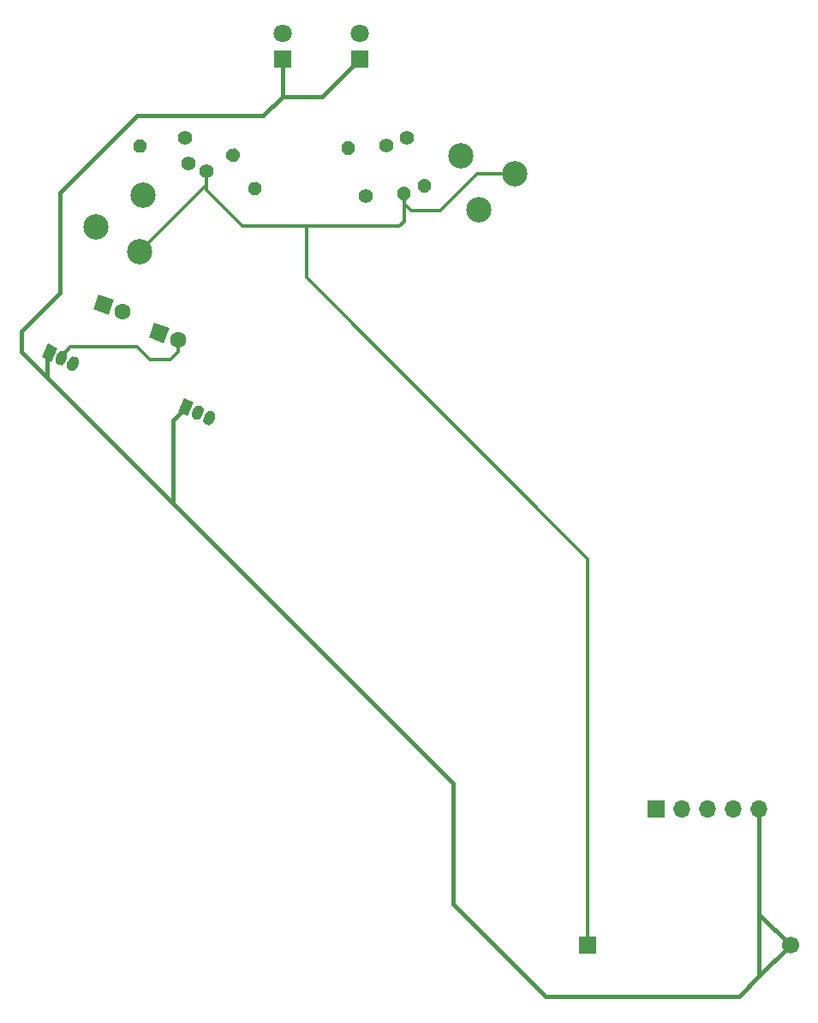
<source format=gbl>
G04 #@! TF.GenerationSoftware,KiCad,Pcbnew,(5.1.9)-1*
G04 #@! TF.CreationDate,2021-10-05T22:25:52-05:00*
G04 #@! TF.ProjectId,astable_badge,61737461-626c-4655-9f62-616467652e6b,1*
G04 #@! TF.SameCoordinates,Original*
G04 #@! TF.FileFunction,Copper,L2,Bot*
G04 #@! TF.FilePolarity,Positive*
%FSLAX46Y46*%
G04 Gerber Fmt 4.6, Leading zero omitted, Abs format (unit mm)*
G04 Created by KiCad (PCBNEW (5.1.9)-1) date 2021-10-05 22:25:52*
%MOMM*%
%LPD*%
G01*
G04 APERTURE LIST*
G04 #@! TA.AperFunction,ComponentPad*
%ADD10R,1.700000X1.700000*%
G04 #@! TD*
G04 #@! TA.AperFunction,ComponentPad*
%ADD11C,1.700000*%
G04 #@! TD*
G04 #@! TA.AperFunction,ComponentPad*
%ADD12C,0.100000*%
G04 #@! TD*
G04 #@! TA.AperFunction,ComponentPad*
%ADD13C,1.600000*%
G04 #@! TD*
G04 #@! TA.AperFunction,ComponentPad*
%ADD14C,1.800000*%
G04 #@! TD*
G04 #@! TA.AperFunction,ComponentPad*
%ADD15R,1.800000X1.800000*%
G04 #@! TD*
G04 #@! TA.AperFunction,ComponentPad*
%ADD16C,1.400000*%
G04 #@! TD*
G04 #@! TA.AperFunction,ComponentPad*
%ADD17C,2.500000*%
G04 #@! TD*
G04 #@! TA.AperFunction,ComponentPad*
%ADD18O,1.700000X1.700000*%
G04 #@! TD*
G04 #@! TA.AperFunction,Conductor*
%ADD19C,0.300000*%
G04 #@! TD*
G04 #@! TA.AperFunction,Conductor*
%ADD20C,0.400000*%
G04 #@! TD*
G04 APERTURE END LIST*
D10*
X169278000Y-124714000D03*
D11*
X189278000Y-124714000D03*
G04 #@! TA.AperFunction,ComponentPad*
D12*
G36*
X120386630Y-61819138D02*
G01*
X120933862Y-60315630D01*
X122437370Y-60862862D01*
X121890138Y-62366370D01*
X120386630Y-61819138D01*
G37*
G04 #@! TD.AperFunction*
D13*
X123291385Y-62025040D03*
X128752385Y-64819040D03*
G04 #@! TA.AperFunction,ComponentPad*
D12*
G36*
X125847630Y-64613138D02*
G01*
X126394862Y-63109630D01*
X127898370Y-63656862D01*
X127351138Y-65160370D01*
X125847630Y-64613138D01*
G37*
G04 #@! TD.AperFunction*
D14*
X139065000Y-34544000D03*
D15*
X139065000Y-37084000D03*
X146685000Y-37084000D03*
D14*
X146685000Y-34544000D03*
G04 #@! TA.AperFunction,ComponentPad*
G36*
G01*
X116642088Y-66628319D02*
X116832266Y-66220481D01*
G75*
G02*
X117529953Y-65966544I475812J-221875D01*
G01*
X117529953Y-65966544D01*
G75*
G02*
X117783890Y-66664231I-221875J-475812D01*
G01*
X117593712Y-67072069D01*
G75*
G02*
X116896025Y-67326006I-475812J221875D01*
G01*
X116896025Y-67326006D01*
G75*
G02*
X116642088Y-66628319I221875J475812D01*
G01*
G37*
G04 #@! TD.AperFunction*
G04 #@! TA.AperFunction,ComponentPad*
G36*
G01*
X117793099Y-67165044D02*
X117983277Y-66757206D01*
G75*
G02*
X118680964Y-66503269I475812J-221875D01*
G01*
X118680964Y-66503269D01*
G75*
G02*
X118934901Y-67200956I-221875J-475812D01*
G01*
X118744723Y-67608794D01*
G75*
G02*
X118047036Y-67862731I-475812J221875D01*
G01*
X118047036Y-67862731D01*
G75*
G02*
X117793099Y-67165044I221875J475812D01*
G01*
G37*
G04 #@! TD.AperFunction*
G04 #@! TA.AperFunction,ComponentPad*
D12*
G36*
X115269203Y-66567406D02*
G01*
X115903130Y-65207945D01*
X116854753Y-65651694D01*
X116220826Y-67011155D01*
X115269203Y-66567406D01*
G37*
G04 #@! TD.AperFunction*
G04 #@! TA.AperFunction,ComponentPad*
G36*
X128747225Y-71958856D02*
G01*
X129381152Y-70599395D01*
X130332775Y-71043144D01*
X129698848Y-72402605D01*
X128747225Y-71958856D01*
G37*
G04 #@! TD.AperFunction*
G04 #@! TA.AperFunction,ComponentPad*
G36*
G01*
X131271121Y-72556494D02*
X131461299Y-72148656D01*
G75*
G02*
X132158986Y-71894719I475812J-221875D01*
G01*
X132158986Y-71894719D01*
G75*
G02*
X132412923Y-72592406I-221875J-475812D01*
G01*
X132222745Y-73000244D01*
G75*
G02*
X131525058Y-73254181I-475812J221875D01*
G01*
X131525058Y-73254181D01*
G75*
G02*
X131271121Y-72556494I221875J475812D01*
G01*
G37*
G04 #@! TD.AperFunction*
G04 #@! TA.AperFunction,ComponentPad*
G36*
G01*
X130120110Y-72019769D02*
X130310288Y-71611931D01*
G75*
G02*
X131007975Y-71357994I475812J-221875D01*
G01*
X131007975Y-71357994D01*
G75*
G02*
X131261912Y-72055681I-221875J-475812D01*
G01*
X131071734Y-72463519D01*
G75*
G02*
X130374047Y-72717456I-475812J221875D01*
G01*
X130374047Y-72717456D01*
G75*
G02*
X130120110Y-72019769I221875J475812D01*
G01*
G37*
G04 #@! TD.AperFunction*
G04 #@! TA.AperFunction,ComponentPad*
G36*
G01*
X125652746Y-45923752D02*
X125652746Y-45923752D01*
G75*
G02*
X124755547Y-46342123I-657785J239414D01*
G01*
X124755547Y-46342123D01*
G75*
G02*
X124337176Y-45444924I239414J657785D01*
G01*
X124337176Y-45444924D01*
G75*
G02*
X125234375Y-45026553I657785J-239414D01*
G01*
X125234375Y-45026553D01*
G75*
G02*
X125652746Y-45923752I-239414J-657785D01*
G01*
G37*
G04 #@! TD.AperFunction*
D16*
X129768600Y-47421800D03*
X151384000Y-44831000D03*
G04 #@! TA.AperFunction,ComponentPad*
G36*
G01*
X152882048Y-48946854D02*
X152882048Y-48946854D01*
G75*
G02*
X153779247Y-49365225I239414J-657785D01*
G01*
X153779247Y-49365225D01*
G75*
G02*
X153360876Y-50262424I-657785J-239414D01*
G01*
X153360876Y-50262424D01*
G75*
G02*
X152463677Y-49844053I-239414J657785D01*
G01*
X152463677Y-49844053D01*
G75*
G02*
X152882048Y-48946854I657785J239414D01*
G01*
G37*
G04 #@! TD.AperFunction*
X131572000Y-48133000D03*
G04 #@! TA.AperFunction,ComponentPad*
G36*
G01*
X135687854Y-49631048D02*
X135687854Y-49631048D01*
G75*
G02*
X136585053Y-49212677I657785J-239414D01*
G01*
X136585053Y-49212677D01*
G75*
G02*
X137003424Y-50109876I-239414J-657785D01*
G01*
X137003424Y-50109876D01*
G75*
G02*
X136106225Y-50528247I-657785J239414D01*
G01*
X136106225Y-50528247D01*
G75*
G02*
X135687854Y-49631048I239414J657785D01*
G01*
G37*
G04 #@! TD.AperFunction*
G04 #@! TA.AperFunction,ComponentPad*
G36*
G01*
X150850048Y-49708854D02*
X150850048Y-49708854D01*
G75*
G02*
X151747247Y-50127225I239414J-657785D01*
G01*
X151747247Y-50127225D01*
G75*
G02*
X151328876Y-51024424I-657785J-239414D01*
G01*
X151328876Y-51024424D01*
G75*
G02*
X150431677Y-50606053I-239414J657785D01*
G01*
X150431677Y-50606053D01*
G75*
G02*
X150850048Y-49708854I657785J239414D01*
G01*
G37*
G04 #@! TD.AperFunction*
X149352000Y-45593000D03*
X129413000Y-44831000D03*
G04 #@! TA.AperFunction,ComponentPad*
G36*
G01*
X133528854Y-46329048D02*
X133528854Y-46329048D01*
G75*
G02*
X134426053Y-45910677I657785J-239414D01*
G01*
X134426053Y-45910677D01*
G75*
G02*
X134844424Y-46807876I-239414J-657785D01*
G01*
X134844424Y-46807876D01*
G75*
G02*
X133947225Y-47226247I-657785J239414D01*
G01*
X133947225Y-47226247D01*
G75*
G02*
X133528854Y-46329048I239414J657785D01*
G01*
G37*
G04 #@! TD.AperFunction*
G04 #@! TA.AperFunction,ComponentPad*
G36*
G01*
X145821952Y-46531746D02*
X145821952Y-46531746D01*
G75*
G02*
X144924753Y-46113375I-239414J657785D01*
G01*
X144924753Y-46113375D01*
G75*
G02*
X145343124Y-45216176I657785J239414D01*
G01*
X145343124Y-45216176D01*
G75*
G02*
X146240323Y-45634547I239414J-657785D01*
G01*
X146240323Y-45634547D01*
G75*
G02*
X145821952Y-46531746I-657785J-239414D01*
G01*
G37*
G04 #@! TD.AperFunction*
X147320000Y-50647600D03*
D17*
X120637873Y-53634000D03*
X124968000Y-56134000D03*
X125322937Y-50519232D03*
X156699949Y-46611415D03*
X162031534Y-48407466D03*
X158496000Y-51943000D03*
D18*
X186182000Y-111252000D03*
X183642000Y-111252000D03*
X181102000Y-111252000D03*
X178562000Y-111252000D03*
D10*
X176022000Y-111252000D03*
D19*
X131572000Y-48133000D02*
X131572000Y-50038000D01*
X131572000Y-50038000D02*
X135128000Y-53594000D01*
X169278000Y-124714000D02*
X169278000Y-86474000D01*
X141478000Y-58674000D02*
X141478000Y-53594000D01*
X169278000Y-86474000D02*
X141478000Y-58674000D01*
X135128000Y-53594000D02*
X141478000Y-53594000D01*
X131572000Y-49530000D02*
X131572000Y-48133000D01*
X124968000Y-56134000D02*
X131572000Y-49530000D01*
X150622000Y-53594000D02*
X151089462Y-53126538D01*
X141478000Y-53594000D02*
X150622000Y-53594000D01*
X151810924Y-52070000D02*
X151089462Y-51348538D01*
X158348534Y-48407466D02*
X154686000Y-52070000D01*
X154686000Y-52070000D02*
X151810924Y-52070000D01*
X162031534Y-48407466D02*
X158348534Y-48407466D01*
X151089462Y-51348538D02*
X151089462Y-50366639D01*
X151089462Y-53126538D02*
X151089462Y-51348538D01*
D20*
X129413000Y-71628000D02*
X129540000Y-71501000D01*
X115824000Y-66548000D02*
X115824000Y-68580000D01*
X115824000Y-68580000D02*
X118872000Y-71628000D01*
X116061978Y-66310022D02*
X115824000Y-66548000D01*
X116061978Y-66109550D02*
X116061978Y-66310022D01*
X139065000Y-40767000D02*
X139065000Y-37084000D01*
X137160000Y-42672000D02*
X139065000Y-40767000D01*
X124714000Y-42672000D02*
X137160000Y-42672000D01*
X113284000Y-64008000D02*
X117094000Y-60198000D01*
X117094000Y-60198000D02*
X117094000Y-50292000D01*
X113284000Y-66040000D02*
X113284000Y-64008000D01*
X117094000Y-50292000D02*
X124714000Y-42672000D01*
X115824000Y-68580000D02*
X113284000Y-66040000D01*
X143002000Y-40767000D02*
X146685000Y-37084000D01*
X139065000Y-40767000D02*
X143002000Y-40767000D01*
X155956000Y-120650000D02*
X165100000Y-129794000D01*
X155956000Y-108712000D02*
X155956000Y-120650000D01*
X186182000Y-111252000D02*
X186182000Y-120650000D01*
X177038000Y-129794000D02*
X176530000Y-129794000D01*
X176530000Y-129794000D02*
X184198000Y-129794000D01*
X165100000Y-129794000D02*
X176530000Y-129794000D01*
X186182000Y-121618000D02*
X186182000Y-120650000D01*
X189278000Y-124714000D02*
X186182000Y-121618000D01*
X186182000Y-121618000D02*
X186182000Y-127762000D01*
X186182000Y-127762000D02*
X186206000Y-127786000D01*
X186206000Y-127786000D02*
X189278000Y-124714000D01*
X184198000Y-129794000D02*
X186206000Y-127786000D01*
X128270000Y-72771000D02*
X129540000Y-71501000D01*
X128270000Y-81026000D02*
X128270000Y-72771000D01*
X118872000Y-71628000D02*
X128270000Y-81026000D01*
X128270000Y-81026000D02*
X155956000Y-108712000D01*
D19*
X117212989Y-66646275D02*
X117212989Y-66429011D01*
X117212989Y-66429011D02*
X118110000Y-65532000D01*
X118110000Y-65532000D02*
X124714000Y-65532000D01*
X124714000Y-65532000D02*
X125984000Y-66802000D01*
X125984000Y-66802000D02*
X128016000Y-66802000D01*
X128752385Y-66065615D02*
X128752385Y-64819040D01*
X128016000Y-66802000D02*
X128752385Y-66065615D01*
M02*

</source>
